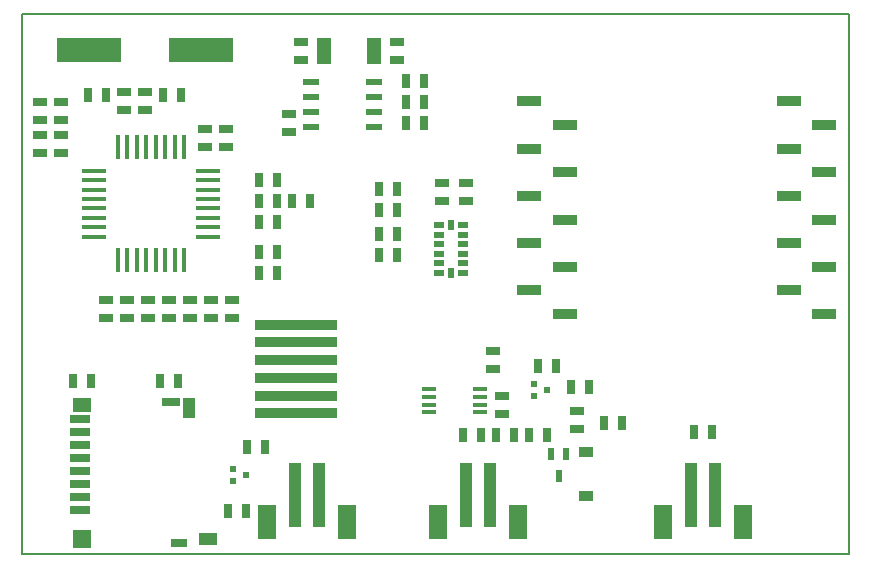
<source format=gbr>
G04 #@! TF.GenerationSoftware,KiCad,Pcbnew,(5.1.5-0-10_14)*
G04 #@! TF.CreationDate,2020-05-22T17:31:33+12:00*
G04 #@! TF.ProjectId,main-board,6d61696e-2d62-46f6-9172-642e6b696361,C*
G04 #@! TF.SameCoordinates,Original*
G04 #@! TF.FileFunction,Paste,Top*
G04 #@! TF.FilePolarity,Positive*
%FSLAX46Y46*%
G04 Gerber Fmt 4.6, Leading zero omitted, Abs format (unit mm)*
G04 Created by KiCad (PCBNEW (5.1.5-0-10_14)) date 2020-05-22 17:31:33*
%MOMM*%
%LPD*%
G04 APERTURE LIST*
%ADD10C,0.200000*%
%ADD11R,2.100000X0.850000*%
%ADD12R,1.998980X0.449580*%
%ADD13R,0.449580X1.998980*%
%ADD14R,0.530000X0.530000*%
%ADD15R,0.599440X1.000760*%
%ADD16R,1.399540X0.599440*%
%ADD17R,1.600000X3.000000*%
%ADD18R,1.000000X5.500000*%
%ADD19R,5.500000X2.000000*%
%ADD20R,1.300000X2.200000*%
%ADD21R,0.635000X1.143000*%
%ADD22R,1.143000X0.635000*%
%ADD23R,1.750000X0.700000*%
%ADD24R,1.500000X1.300000*%
%ADD25R,1.500000X1.500000*%
%ADD26R,1.500000X0.800000*%
%ADD27R,1.000000X1.800000*%
%ADD28R,1.550000X1.000000*%
%ADD29R,1.400000X0.800000*%
%ADD30R,0.813000X0.500000*%
%ADD31R,0.500000X0.813000*%
%ADD32R,1.220000X0.915000*%
%ADD33R,7.000000X0.850000*%
%ADD34R,1.270000X0.381000*%
G04 APERTURE END LIST*
D10*
X44000000Y-97300000D02*
X44000000Y-51600000D01*
X114000000Y-97300000D02*
X44000000Y-97300000D01*
X114000000Y-51600000D02*
X114000000Y-97300000D01*
X44000000Y-51600000D02*
X114000000Y-51600000D01*
D11*
X111950000Y-76966000D03*
X108950000Y-74966000D03*
X111950000Y-72966000D03*
X108950000Y-70966000D03*
X111950000Y-68966000D03*
X108950000Y-66966000D03*
X111950000Y-64966000D03*
X108950000Y-62966000D03*
X111950000Y-60966000D03*
X108950000Y-58966000D03*
X89950000Y-76966000D03*
X86950000Y-74966000D03*
X89950000Y-72966000D03*
X86950000Y-70966000D03*
X89950000Y-68966000D03*
X86950000Y-66966000D03*
X89950000Y-64966000D03*
X86950000Y-62966000D03*
X89950000Y-60966000D03*
X86950000Y-58966000D03*
D12*
X50128800Y-70436000D03*
X50128800Y-69623200D03*
X50128800Y-68810400D03*
X50128800Y-67997600D03*
X50128800Y-67210200D03*
X50128800Y-66422800D03*
X50128800Y-65610000D03*
X50128800Y-64822600D03*
X59730000Y-70415680D03*
X59730000Y-69618120D03*
X59730000Y-68815480D03*
X59730000Y-68017920D03*
X59730000Y-67215280D03*
X59730000Y-66417720D03*
X59730000Y-65615080D03*
X59730000Y-64817520D03*
D13*
X56936000Y-72391800D03*
X56123200Y-72391800D03*
X55335800Y-72391800D03*
X54523000Y-72391800D03*
X53735600Y-72391800D03*
X52922800Y-72391800D03*
X52110000Y-72391800D03*
X57723400Y-72391800D03*
X57728480Y-62826160D03*
X56928380Y-62826160D03*
X56128280Y-62826160D03*
X55328180Y-62826160D03*
X54528080Y-62826160D03*
X53727980Y-62826160D03*
X52927880Y-62826160D03*
X52127780Y-62826160D03*
D14*
X62950000Y-90600000D03*
X61850000Y-90100000D03*
X61850000Y-91100000D03*
X88474000Y-83390000D03*
X87374000Y-82890000D03*
X87374000Y-83890000D03*
D15*
X89448000Y-90689960D03*
X90098240Y-88790040D03*
X88797760Y-88790040D03*
D16*
X68493000Y-61165000D03*
X68493000Y-59895000D03*
X68493000Y-58625000D03*
X73827000Y-61165000D03*
X73827000Y-59895000D03*
X73827000Y-58625000D03*
X68493000Y-57355000D03*
X73827000Y-57355000D03*
D17*
X64712000Y-94574000D03*
X71512000Y-94574000D03*
D18*
X69112000Y-92324000D03*
X67112000Y-92324000D03*
D17*
X79190000Y-94574000D03*
X85990000Y-94574000D03*
D18*
X83590000Y-92324000D03*
X81590000Y-92324000D03*
D17*
X98240000Y-94574000D03*
X105040000Y-94574000D03*
D18*
X102640000Y-92324000D03*
X100640000Y-92324000D03*
D19*
X59164000Y-54648000D03*
X49664000Y-54648000D03*
D20*
X69568000Y-54688000D03*
X73768000Y-54688000D03*
D21*
X82844000Y-87200000D03*
X81320000Y-87200000D03*
X75732000Y-70182000D03*
X74208000Y-70182000D03*
X94782000Y-86184000D03*
X93258000Y-86184000D03*
X85638000Y-87200000D03*
X84114000Y-87200000D03*
X90464000Y-83136000D03*
X91988000Y-83136000D03*
D22*
X58206000Y-75770000D03*
X58206000Y-77294000D03*
X90972000Y-86692000D03*
X90972000Y-85168000D03*
D21*
X100878000Y-86946000D03*
X102402000Y-86946000D03*
X61438000Y-93600000D03*
X62962000Y-93600000D03*
X74208000Y-66372000D03*
X75732000Y-66372000D03*
X65572000Y-67388000D03*
X64048000Y-67388000D03*
X75732000Y-68150000D03*
X74208000Y-68150000D03*
D22*
X59984000Y-75770000D03*
X59984000Y-77294000D03*
D21*
X65572000Y-69166000D03*
X64048000Y-69166000D03*
D22*
X47284000Y-60530000D03*
X47284000Y-59006000D03*
D21*
X55666000Y-82628000D03*
X57190000Y-82628000D03*
D22*
X61254000Y-61292000D03*
X61254000Y-62816000D03*
D21*
X78018000Y-60784000D03*
X76494000Y-60784000D03*
X86908000Y-87200000D03*
X88432000Y-87200000D03*
X64048000Y-71706000D03*
X65572000Y-71706000D03*
X74208000Y-71960000D03*
X75732000Y-71960000D03*
D22*
X45506000Y-60530000D03*
X45506000Y-59006000D03*
D23*
X48921000Y-90248000D03*
X48921000Y-89148000D03*
X48921000Y-91348000D03*
X48921000Y-88048000D03*
X48921000Y-92448000D03*
X48921000Y-86948000D03*
X48921000Y-93548000D03*
X48921000Y-85848000D03*
D24*
X49046000Y-84648000D03*
D25*
X49046000Y-95998000D03*
D26*
X56646000Y-84398000D03*
D27*
X58146000Y-84898000D03*
D28*
X59721000Y-95998000D03*
D29*
X57296000Y-96348000D03*
D22*
X84622000Y-83898000D03*
X84622000Y-85422000D03*
D30*
X79294000Y-73462000D03*
X79294000Y-72662000D03*
X79294000Y-71862000D03*
X79294000Y-71062000D03*
X79294000Y-70262000D03*
X79294000Y-69462000D03*
X81314000Y-69462000D03*
X81314000Y-70262000D03*
X81314000Y-71062000D03*
X81314000Y-71862000D03*
X81314000Y-72662000D03*
X81314000Y-73462000D03*
D31*
X80304000Y-73462000D03*
X80304000Y-69442000D03*
D32*
X91734000Y-92332000D03*
X91734000Y-88682000D03*
D21*
X87670000Y-81358000D03*
X89194000Y-81358000D03*
X64556000Y-88216000D03*
X63032000Y-88216000D03*
D33*
X67191000Y-82362000D03*
X67191000Y-83862000D03*
X67191000Y-85362000D03*
X67191000Y-80862000D03*
X67191000Y-79362000D03*
X67191000Y-77862000D03*
D22*
X47284000Y-61800000D03*
X47284000Y-63324000D03*
X45506000Y-61800000D03*
X45506000Y-63324000D03*
D21*
X55938000Y-58458000D03*
X57462000Y-58458000D03*
D22*
X52636000Y-58204000D03*
X52636000Y-59728000D03*
D21*
X51112000Y-58458000D03*
X49588000Y-58458000D03*
D22*
X52872000Y-77294000D03*
X52872000Y-75770000D03*
X54414000Y-58204000D03*
X54414000Y-59728000D03*
X54650000Y-77294000D03*
X54650000Y-75770000D03*
D21*
X49824000Y-82628000D03*
X48300000Y-82628000D03*
D22*
X59476000Y-61292000D03*
X59476000Y-62816000D03*
D21*
X78018000Y-59006000D03*
X76494000Y-59006000D03*
X78018000Y-57228000D03*
X76494000Y-57228000D03*
D22*
X75732000Y-53926000D03*
X75732000Y-55450000D03*
D21*
X65572000Y-65610000D03*
X64048000Y-65610000D03*
D22*
X67604000Y-53926000D03*
X67604000Y-55450000D03*
X81574000Y-65864000D03*
X81574000Y-67388000D03*
X79542000Y-65864000D03*
X79542000Y-67388000D03*
X83860000Y-80088000D03*
X83860000Y-81612000D03*
X61762000Y-75770000D03*
X61762000Y-77294000D03*
X66588000Y-61546000D03*
X66588000Y-60022000D03*
X56428000Y-75770000D03*
X56428000Y-77294000D03*
D21*
X65572000Y-73484000D03*
X64048000Y-73484000D03*
X66842000Y-67388000D03*
X68366000Y-67388000D03*
D22*
X51094000Y-75770000D03*
X51094000Y-77294000D03*
D34*
X82759000Y-83324640D03*
X82759000Y-83974880D03*
X82759000Y-84625120D03*
X82759000Y-85275360D03*
X78441000Y-85275360D03*
X78441000Y-84625120D03*
X78441000Y-83974880D03*
X78441000Y-83324640D03*
M02*

</source>
